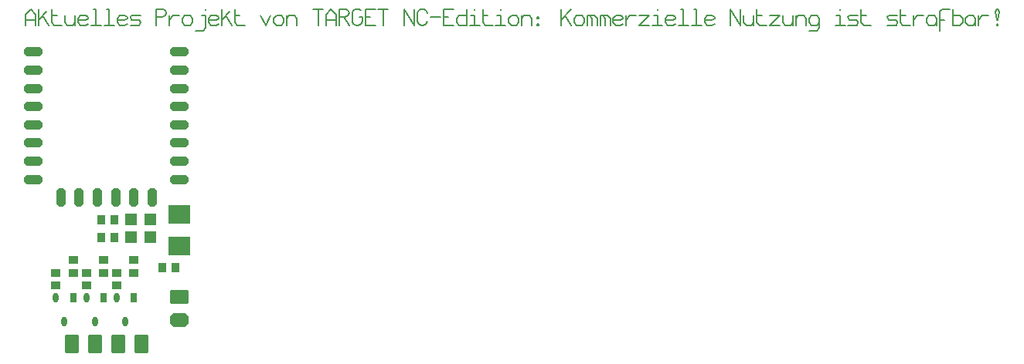
<source format=gts>
%FSLAX35Y35*%
%MOIN*%
%TF.FileFunction,Soldermask,Top*%
%ADD10C,0.00591*%
%ADD11C,0.00214*%
%ADD12C,0.00384*%
%ADD13C,0.00409*%
%ADD14C,0.00472*%
%ADD15C,0.00512*%
%ADD16C,0.00650*%
%ADD17C,0.00768*%
%ADD18C,0.00886*%
%ADD19C,0.01181*%
%ADD20C,0.01575*%
%ADD21C,0.01969*%
%ADD22C,0.02362*%
%ADD23C,0.03150*%
%ADD24C,0.03937*%
%AMR_25*21,1,0.00787,0.00787,0,0,0.000*%
%ADD25R_25*%
%AMR_26*21,1,0.01181,0.01181,0,0,0.000*%
%ADD26R_26*%
%AMR_27*21,1,0.01706,0.01706,0,0,0.000*%
%ADD27R_27*%
%AMR_28*21,1,0.02133,0.02133,0,0,0.000*%
%ADD28R_28*%
%AMR_29*21,1,0.02362,0.02362,0,0,0.000*%
%ADD29R_29*%
%AMR_30*21,1,0.03200,0.03800,0,0,0.000*%
%ADD30R_30*%
%AMR_31*21,1,0.03200,0.03800,0,0,90.000*%
%ADD31R_31*%
%AMR_32*21,1,0.03200,0.03800,0,0,180.000*%
%ADD32R_32*%
%AMR_33*21,1,0.04409,0.06299,0,0,90.000*%
%ADD33R_33*%
%AMR_34*21,1,0.05000,0.05000,0,0,180.000*%
%ADD34R_34*%
%AMR_35*21,1,0.07874,0.09449,0,0,90.000*%
%ADD35R_35*%
%AMR_36*21,1,0.19685,0.19685,0,0,0.000*%
%ADD36R_36*%
%AMOCT_37*4,1,8,0.031496,0.023622,0.015748,0.039370,-0.015748,0.039370,-0.031496,0.023622,-0.031496,-0.023622,-0.015748,-0.039370,0.015748,-0.039370,0.031496,-0.023622,0.031496,0.023622,270.000*%
%ADD37OCT_37*%
%AMOCT_38*4,1,8,0.039370,0.009843,0.029528,0.019685,-0.029528,0.019685,-0.039370,0.009843,-0.039370,-0.009843,-0.029528,-0.019685,0.029528,-0.019685,0.039370,-0.009843,0.039370,0.009843,0.000*%
%ADD38OCT_38*%
%AMOCT_39*4,1,8,0.039370,0.009843,0.029528,0.019685,-0.029528,0.019685,-0.039370,0.009843,-0.039370,-0.009843,-0.029528,-0.019685,0.029528,-0.019685,0.039370,-0.009843,0.039370,0.009843,90.000*%
%ADD39OCT_39*%
%ADD40O,0.02559X0.04173*%
%AMRR_41*21,1,0.02559,0.03661,0,0,180.000*21,1,0.02047,0.04173,0,0,180.000*1,1,0.00512,-0.01024,-0.01831*1,1,0.00512,0.01024,0.01831*1,1,0.00512,-0.01024,0.01831*1,1,0.00512,0.01024,-0.01831*%
%ADD41RR_41*%
%AMRR_42*21,1,0.06299,0.06929,0,0,180.000*21,1,0.05354,0.07874,0,0,180.000*1,1,0.00945,-0.02677,-0.03465*1,1,0.00945,0.02677,0.03465*1,1,0.00945,-0.02677,0.03465*1,1,0.00945,0.02677,-0.03465*%
%ADD42RR_42*%
%AMRR_43*21,1,0.06299,0.06614,0,0,270.000*21,1,0.05039,0.07874,0,0,270.000*1,1,0.01260,0.03307,-0.02520*1,1,0.01260,-0.03307,0.02520*1,1,0.01260,-0.03307,-0.02520*1,1,0.01260,0.03307,0.02520*%
%ADD43RR_43*%
%AMRR_44*21,1,0.23622,0.06457,0,0,90.000*21,1,0.22205,0.07874,0,0,90.000*1,1,0.01417,-0.03228,0.11102*1,1,0.01417,0.03228,-0.11102*1,1,0.01417,0.03228,0.11102*1,1,0.01417,-0.03228,-0.11102*%
%ADD44RR_44*%
G54D16*
X3937Y144749D02*
X3937Y149473D01*
X3937Y147111D02*
X8267Y147111D01*
X8267Y149473D02*
X8267Y144749D01*
X3937Y149473D02*
X6102Y151835D01*
X8267Y149473D01*
X9566Y151835D02*
X9566Y144749D01*
X9566Y147111D02*
X12814Y150654D01*
X11190Y148882D02*
X13897Y144749D01*
X15196Y151835D02*
X15196Y145930D01*
X16279Y144749D01*
X19527Y144749D01*
X15196Y148882D02*
X17362Y148882D01*
X20826Y148882D02*
X20826Y145930D01*
X21909Y144749D01*
X24074Y144749D01*
X25157Y145930D01*
X25157Y148882D02*
X25157Y144749D01*
X30787Y145339D02*
X29704Y144749D01*
X27539Y144749D01*
X26456Y145930D01*
X26456Y147701D01*
X27539Y148882D01*
X29704Y148882D01*
X30787Y148292D01*
X30787Y147701D01*
X29704Y147111D01*
X26456Y147111D01*
X32086Y144749D02*
X36417Y144749D01*
X33169Y151835D02*
X34251Y151835D01*
X34251Y144749D01*
X37716Y144749D02*
X42047Y144749D01*
X38799Y151835D02*
X39881Y151835D01*
X39881Y144749D01*
X47677Y145339D02*
X46594Y144749D01*
X44429Y144749D01*
X43346Y145930D01*
X43346Y147701D01*
X44429Y148882D01*
X46594Y148882D01*
X47677Y148292D01*
X47677Y147701D01*
X46594Y147111D01*
X43346Y147111D01*
X48976Y144749D02*
X52765Y144749D01*
X53307Y145930D01*
X52765Y147111D01*
X49517Y147111D01*
X48976Y148292D01*
X49517Y148882D01*
X53307Y148882D01*
X60236Y151835D02*
X60236Y144749D01*
X60236Y148292D02*
X62942Y148292D01*
X64025Y148882D01*
X64566Y150063D01*
X64025Y151245D01*
X62942Y151835D01*
X60236Y151835D01*
X65866Y148882D02*
X65866Y144749D01*
X65866Y147111D02*
X67490Y148882D01*
X70196Y148882D01*
X71496Y147701D02*
X71496Y145930D01*
X71496Y147701D02*
X72578Y148882D01*
X74744Y148882D01*
X75826Y147701D01*
X75826Y145930D01*
X74744Y144749D01*
X72578Y144749D01*
X71496Y145930D01*
X77125Y142386D02*
X80374Y142386D01*
X81456Y143567D01*
X81456Y148882D01*
X79832Y148882D01*
X81456Y151835D02*
X81456Y151245D01*
X87086Y145339D02*
X86003Y144749D01*
X83838Y144749D01*
X82755Y145930D01*
X82755Y147701D01*
X83838Y148882D01*
X86003Y148882D01*
X87086Y148292D01*
X87086Y147701D01*
X86003Y147111D01*
X82755Y147111D01*
X88385Y151835D02*
X88385Y144749D01*
X88385Y147111D02*
X91633Y150654D01*
X90009Y148882D02*
X92716Y144749D01*
X94015Y151835D02*
X94015Y145930D01*
X95098Y144749D01*
X98346Y144749D01*
X94015Y148882D02*
X96181Y148882D01*
X105275Y148882D02*
X107440Y144749D01*
X109606Y148882D01*
X110905Y147701D02*
X110905Y145930D01*
X110905Y147701D02*
X111988Y148882D01*
X114153Y148882D01*
X115236Y147701D01*
X115236Y145930D01*
X114153Y144749D01*
X111988Y144749D01*
X110905Y145930D01*
X116535Y144749D02*
X116535Y148882D01*
X116535Y147701D02*
X117618Y148882D01*
X119783Y148882D01*
X120866Y147701D01*
X120866Y144749D01*
X127795Y151835D02*
X132125Y151835D01*
X129960Y151835D02*
X129960Y144749D01*
X133425Y144749D02*
X133425Y149473D01*
X133425Y147111D02*
X137755Y147111D01*
X137755Y149473D02*
X137755Y144749D01*
X133425Y149473D02*
X135590Y151835D01*
X137755Y149473D01*
X139055Y151835D02*
X139055Y144749D01*
X139055Y148292D02*
X141761Y148292D01*
X142844Y148882D01*
X143385Y150063D01*
X142844Y151245D01*
X141761Y151835D01*
X139055Y151835D01*
X141220Y148292D02*
X143385Y144749D01*
X146309Y151835D02*
X145226Y151245D01*
X144685Y150063D01*
X144685Y146520D01*
X145226Y145339D01*
X146309Y144749D01*
X147391Y144749D01*
X148474Y145339D01*
X149015Y146520D01*
X149015Y148292D01*
X147933Y148292D01*
X146309Y151835D02*
X147391Y151835D01*
X148474Y151245D01*
X150314Y151835D02*
X150314Y144749D01*
X154645Y144749D01*
X150314Y148292D02*
X152480Y148292D01*
X150314Y151835D02*
X154645Y151835D01*
X155944Y151835D02*
X160275Y151835D01*
X158110Y151835D02*
X158110Y144749D01*
X167204Y144749D02*
X167204Y151835D01*
X171535Y144749D01*
X171535Y151835D01*
X175541Y144749D02*
X176624Y145339D01*
X177165Y146520D01*
X175541Y144749D02*
X174458Y144749D01*
X173375Y145339D01*
X172834Y146520D01*
X172834Y150063D01*
X173375Y151245D01*
X174458Y151835D01*
X175541Y151835D01*
X176624Y151245D01*
X177165Y150063D01*
X178464Y148292D02*
X182795Y148292D01*
X184094Y151835D02*
X184094Y144749D01*
X188425Y144749D01*
X184094Y148292D02*
X186259Y148292D01*
X184094Y151835D02*
X188425Y151835D01*
X194055Y151835D02*
X194055Y144749D01*
X190807Y144749D01*
X189724Y145930D01*
X189724Y147701D01*
X190807Y148882D01*
X194055Y148882D01*
X195354Y144749D02*
X199685Y144749D01*
X197519Y144749D02*
X197519Y148882D01*
X197519Y151835D02*
X197519Y151245D01*
X195895Y148882D02*
X197519Y148882D01*
X200984Y151835D02*
X200984Y145930D01*
X202066Y144749D01*
X205314Y144749D01*
X200984Y148882D02*
X203149Y148882D01*
X206614Y144749D02*
X210944Y144749D01*
X208779Y144749D02*
X208779Y148882D01*
X208779Y151835D02*
X208779Y151245D01*
X207155Y148882D02*
X208779Y148882D01*
X212244Y147701D02*
X212244Y145930D01*
X212244Y147701D02*
X213326Y148882D01*
X215492Y148882D01*
X216574Y147701D01*
X216574Y145930D01*
X215492Y144749D01*
X213326Y144749D01*
X212244Y145930D01*
X217874Y144749D02*
X217874Y148882D01*
X217874Y147701D02*
X218956Y148882D01*
X221122Y148882D01*
X222204Y147701D01*
X222204Y144749D01*
X224586Y145339D02*
X224586Y144749D01*
X225127Y144749D01*
X225127Y145339D01*
X224586Y145339D01*
X225127Y148292D02*
X224586Y148292D01*
X224586Y147701D01*
X225127Y147701D01*
X225127Y148292D01*
X234763Y151835D02*
X234763Y144749D01*
X234763Y147111D02*
X239094Y151835D01*
X236387Y148882D02*
X239094Y144749D01*
X240393Y147701D02*
X240393Y145930D01*
X240393Y147701D02*
X241476Y148882D01*
X243641Y148882D01*
X244724Y147701D01*
X244724Y145930D01*
X243641Y144749D01*
X241476Y144749D01*
X240393Y145930D01*
X250354Y144749D02*
X250354Y147701D01*
X249271Y148882D01*
X248188Y144749D02*
X248188Y147701D01*
X246023Y148882D02*
X249271Y148882D01*
X246023Y144749D02*
X246023Y148882D01*
X248188Y147701D02*
X247106Y148882D01*
X255984Y144749D02*
X255984Y147701D01*
X254901Y148882D01*
X253818Y144749D02*
X253818Y147701D01*
X251653Y148882D02*
X254901Y148882D01*
X251653Y144749D02*
X251653Y148882D01*
X253818Y147701D02*
X252736Y148882D01*
X261614Y145339D02*
X260531Y144749D01*
X258366Y144749D01*
X257283Y145930D01*
X257283Y147701D01*
X258366Y148882D01*
X260531Y148882D01*
X261614Y148292D01*
X261614Y147701D01*
X260531Y147111D01*
X257283Y147111D01*
X262913Y148882D02*
X262913Y144749D01*
X262913Y147111D02*
X264537Y148882D01*
X267244Y148882D01*
X268543Y148882D02*
X272874Y148882D01*
X268543Y144749D01*
X272874Y144749D01*
X274173Y144749D02*
X278503Y144749D01*
X276338Y144749D02*
X276338Y148882D01*
X276338Y151835D02*
X276338Y151245D01*
X274714Y148882D02*
X276338Y148882D01*
X284133Y145339D02*
X283051Y144749D01*
X280885Y144749D01*
X279803Y145930D01*
X279803Y147701D01*
X280885Y148882D01*
X283051Y148882D01*
X284133Y148292D01*
X284133Y147701D01*
X283051Y147111D01*
X279803Y147111D01*
X285433Y144749D02*
X289763Y144749D01*
X286515Y151835D02*
X287598Y151835D01*
X287598Y144749D01*
X291062Y144749D02*
X295393Y144749D01*
X292145Y151835D02*
X293228Y151835D01*
X293228Y144749D01*
X301023Y145339D02*
X299940Y144749D01*
X297775Y144749D01*
X296692Y145930D01*
X296692Y147701D01*
X297775Y148882D01*
X299940Y148882D01*
X301023Y148292D01*
X301023Y147701D01*
X299940Y147111D01*
X296692Y147111D01*
X307952Y144749D02*
X307952Y151835D01*
X312283Y144749D01*
X312283Y151835D01*
X313582Y148882D02*
X313582Y145930D01*
X314665Y144749D01*
X316830Y144749D01*
X317913Y145930D01*
X317913Y148882D02*
X317913Y144749D01*
X319212Y151835D02*
X319212Y145930D01*
X320295Y144749D01*
X323543Y144749D01*
X319212Y148882D02*
X321377Y148882D01*
X324842Y148882D02*
X329173Y148882D01*
X324842Y144749D01*
X329173Y144749D01*
X330472Y148882D02*
X330472Y145930D01*
X331555Y144749D01*
X333720Y144749D01*
X334803Y145930D01*
X334803Y148882D02*
X334803Y144749D01*
X336102Y144749D02*
X336102Y148882D01*
X336102Y147701D02*
X337185Y148882D01*
X339350Y148882D01*
X340433Y147701D01*
X340433Y144749D01*
X346062Y145930D02*
X344980Y144749D01*
X342814Y144749D01*
X341732Y145930D01*
X341732Y147701D01*
X342814Y148882D01*
X344980Y148882D01*
X346062Y147701D01*
X346062Y143567D01*
X344980Y142386D01*
X341732Y142386D01*
X352992Y144749D02*
X357322Y144749D01*
X355157Y144749D02*
X355157Y148882D01*
X355157Y151835D02*
X355157Y151245D01*
X353533Y148882D02*
X355157Y148882D01*
X358622Y144749D02*
X362411Y144749D01*
X362952Y145930D01*
X362411Y147111D01*
X359163Y147111D01*
X358622Y148292D01*
X359163Y148882D01*
X362952Y148882D01*
X364251Y151835D02*
X364251Y145930D01*
X365334Y144749D01*
X368582Y144749D01*
X364251Y148882D02*
X366417Y148882D01*
X375511Y144749D02*
X379301Y144749D01*
X379842Y145930D01*
X379301Y147111D01*
X376053Y147111D01*
X375511Y148292D01*
X376053Y148882D01*
X379842Y148882D01*
X381141Y151835D02*
X381141Y145930D01*
X382224Y144749D01*
X385472Y144749D01*
X381141Y148882D02*
X383307Y148882D01*
X386771Y148882D02*
X386771Y144749D01*
X386771Y147111D02*
X388395Y148882D01*
X391102Y148882D01*
X392401Y145930D02*
X393484Y144749D01*
X395649Y144749D01*
X396732Y145930D01*
X392401Y145930D02*
X392401Y147701D01*
X393484Y148882D01*
X395649Y148882D01*
X396732Y147701D01*
X396732Y144749D01*
X398031Y142386D02*
X398031Y150654D01*
X399114Y151835D01*
X402362Y151835D01*
X398031Y147111D02*
X400196Y147111D01*
X403661Y151835D02*
X403661Y144749D01*
X406909Y144749D01*
X407992Y145930D01*
X407992Y147701D01*
X406909Y148882D01*
X403661Y148882D01*
X409291Y145930D02*
X410374Y144749D01*
X412539Y144749D01*
X413622Y145930D01*
X409291Y145930D02*
X409291Y147701D01*
X410374Y148882D01*
X412539Y148882D01*
X413622Y147701D01*
X413622Y144749D01*
X414921Y148882D02*
X414921Y144749D01*
X414921Y147111D02*
X416545Y148882D01*
X419251Y148882D01*
X422716Y144749D02*
X422716Y145339D01*
X423257Y145339D01*
X423257Y144749D01*
X422716Y144749D01*
X422716Y147111D02*
X423257Y147111D01*
X423799Y150654D01*
X423257Y151835D01*
X422716Y151835D01*
X422175Y150654D01*
X422716Y147111D01*
G54D30*
X62825Y40000D03*
X68425Y40000D03*
G54D31*
X50625Y37825D03*
X50625Y43425D03*
X43125Y32200D03*
X43125Y37800D03*
X37500Y37825D03*
X37500Y43425D03*
X30000Y32200D03*
X30000Y37800D03*
X24375Y37825D03*
X24375Y43425D03*
X16875Y32200D03*
X16875Y37800D03*
G54D32*
X42175Y53125D03*
X36575Y53125D03*
X42175Y60625D03*
X36575Y60625D03*
G54D34*
X49550Y53125D03*
X57950Y53125D03*
X49550Y60625D03*
X57950Y60625D03*
G54D35*
X70000Y63139D03*
X70000Y49360D03*
G54D37*
X70000Y17500D03*
G54D38*
X7253Y133248D03*
X7253Y125374D03*
X7253Y117500D03*
X7253Y109625D03*
X7253Y101751D03*
X7253Y93877D03*
X7253Y86003D03*
X7253Y78129D03*
X70246Y78129D03*
X70246Y86003D03*
X70246Y93877D03*
X70246Y101751D03*
X70246Y109625D03*
X70246Y117500D03*
X70246Y125374D03*
X70246Y133248D03*
G54D39*
X19064Y70255D03*
X26938Y70255D03*
X34812Y70255D03*
X42687Y70255D03*
X50561Y70255D03*
X58435Y70255D03*
G54D40*
X43134Y26993D03*
X46875Y16756D03*
X30009Y26993D03*
X33750Y16756D03*
X16884Y26993D03*
X20625Y16756D03*
G54D41*
X50615Y26993D03*
X37490Y26993D03*
X24365Y26993D03*
G54D42*
X53750Y6875D03*
X43750Y6875D03*
X33750Y6875D03*
X23750Y6875D03*
G54D43*
X70000Y27500D03*
M02*

</source>
